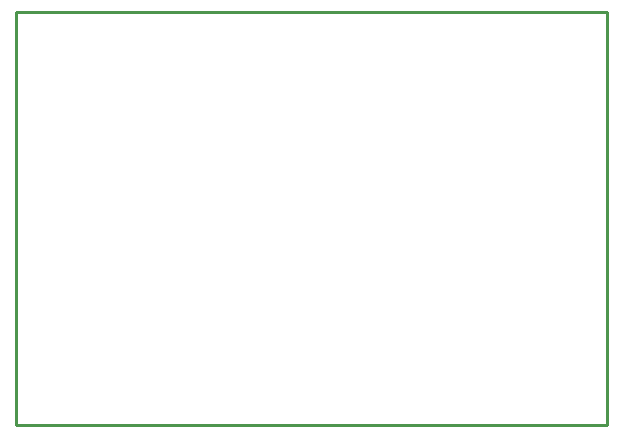
<source format=gko>
%FSAX44Y44*%
%MOMM*%
G71*
G01*
G75*
G04 Layer_Color=16711935*
%ADD10R,1.1000X1.7000*%
%ADD11R,1.7000X1.1000*%
%ADD12C,0.5080*%
%ADD13C,1.5000*%
%ADD14C,1.0000*%
%ADD15C,1.8500*%
%ADD16C,1.5000*%
%ADD17C,1.5240*%
%ADD18C,3.4500*%
%ADD19C,1.2700*%
%ADD20C,0.2500*%
%ADD21C,0.2000*%
%ADD22C,0.2540*%
%ADD23R,1.3032X1.9032*%
%ADD24R,1.9032X1.3032*%
%ADD25C,2.0532*%
%ADD26C,1.7032*%
%ADD27C,1.7272*%
%ADD28C,0.0254*%
D22*
X00100000Y00350000D02*
X00600000D01*
X00100000D02*
Y00700000D01*
X00600000D01*
Y00350000D02*
Y00700000D01*
M02*

</source>
